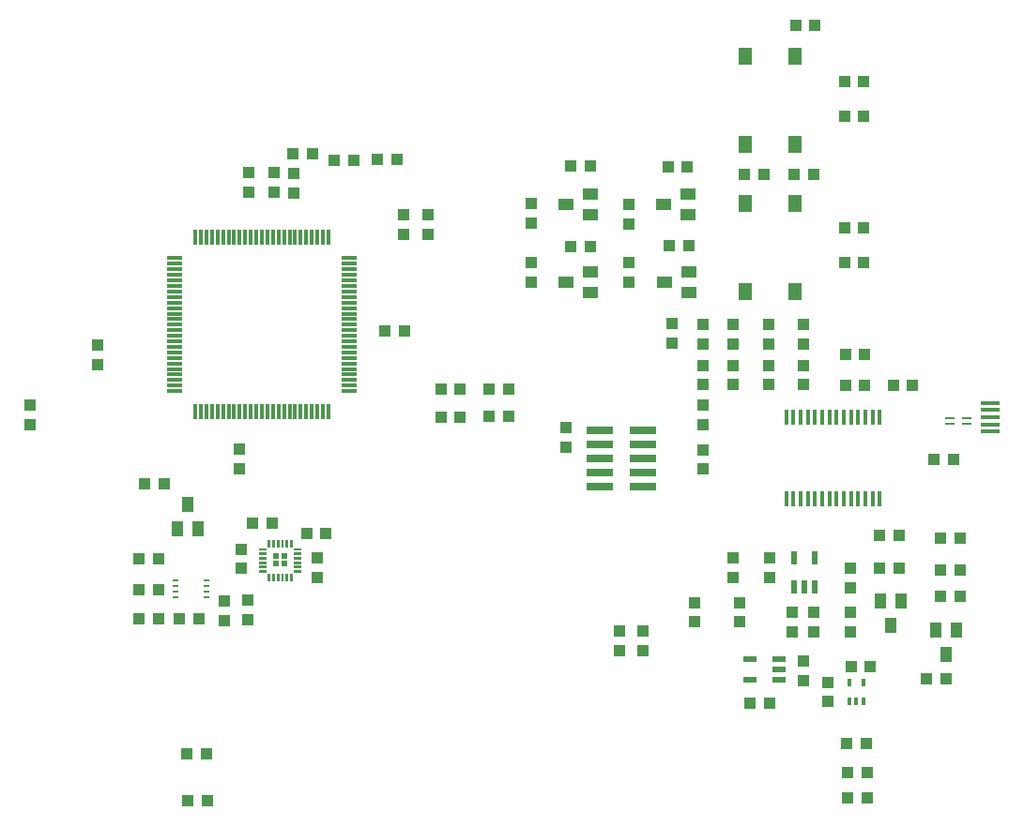
<source format=gtp>
G04 EAGLE Gerber RS-274X export*
G75*
%MOMM*%
%FSLAX34Y34*%
%LPD*%
%INTop Paste*%
%IPPOS*%
%AMOC8*
5,1,8,0,0,1.08239X$1,22.5*%
G01*
%ADD10R,0.300000X1.450000*%
%ADD11R,1.450000X0.300000*%
%ADD12R,1.050000X1.080000*%
%ADD13R,1.080000X1.050000*%
%ADD14R,0.348000X1.397000*%
%ADD15R,0.550000X1.200000*%
%ADD16R,1.000000X1.400000*%
%ADD17R,0.850000X0.250000*%
%ADD18R,1.300000X1.550000*%
%ADD19R,1.400000X1.000000*%
%ADD20R,1.750000X0.400000*%
%ADD21R,0.400000X0.700000*%
%ADD22R,2.400000X0.760000*%
%ADD23R,1.220000X0.620000*%
%ADD24R,0.610075X0.529991*%
%ADD25R,0.609847X0.529847*%
%ADD26R,0.611272X0.531125*%
%ADD27R,0.609984X0.530131*%
%ADD28C,0.055000*%
%ADD29R,0.500000X0.250000*%


D10*
X348800Y529250D03*
X343800Y529250D03*
X338800Y529250D03*
X333800Y529250D03*
X328800Y529250D03*
X323800Y529250D03*
X318800Y529250D03*
X313800Y529250D03*
X308800Y529250D03*
X303800Y529250D03*
X298800Y529250D03*
X293800Y529250D03*
X288800Y529250D03*
X283800Y529250D03*
X278800Y529250D03*
X273800Y529250D03*
X268800Y529250D03*
X263800Y529250D03*
X258800Y529250D03*
X253800Y529250D03*
X248800Y529250D03*
X243800Y529250D03*
X238800Y529250D03*
X233800Y529250D03*
X228800Y529250D03*
D11*
X210050Y510500D03*
X210050Y505500D03*
X210050Y500500D03*
X210050Y495500D03*
X210050Y490500D03*
X210050Y485500D03*
X210050Y480500D03*
X210050Y475500D03*
X210050Y470500D03*
X210050Y465500D03*
X210050Y460500D03*
X210050Y455500D03*
X210050Y450500D03*
X210050Y445500D03*
X210050Y440500D03*
X210050Y435500D03*
X210050Y430500D03*
X210050Y425500D03*
X210050Y420500D03*
X210050Y415500D03*
X210050Y410500D03*
X210050Y405500D03*
X210050Y400500D03*
X210050Y395500D03*
X210050Y390500D03*
D10*
X228800Y371750D03*
X233800Y371750D03*
X238800Y371750D03*
X243800Y371750D03*
X248800Y371750D03*
X253800Y371750D03*
X258800Y371750D03*
X263800Y371750D03*
X268800Y371750D03*
X273800Y371750D03*
X278800Y371750D03*
X283800Y371750D03*
X288800Y371750D03*
X293800Y371750D03*
X298800Y371750D03*
X303800Y371750D03*
X308800Y371750D03*
X313800Y371750D03*
X318800Y371750D03*
X323800Y371750D03*
X328800Y371750D03*
X333800Y371750D03*
X338800Y371750D03*
X343800Y371750D03*
X348800Y371750D03*
D11*
X367550Y390500D03*
X367550Y395500D03*
X367550Y400500D03*
X367550Y405500D03*
X367550Y410500D03*
X367550Y415500D03*
X367550Y420500D03*
X367550Y425500D03*
X367550Y430500D03*
X367550Y435500D03*
X367550Y440500D03*
X367550Y445500D03*
X367550Y450500D03*
X367550Y455500D03*
X367550Y460500D03*
X367550Y465500D03*
X367550Y470500D03*
X367550Y475500D03*
X367550Y480500D03*
X367550Y485500D03*
X367550Y490500D03*
X367550Y495500D03*
X367550Y500500D03*
X367550Y505500D03*
X367550Y510500D03*
D12*
X467750Y366700D03*
X450250Y366700D03*
X467750Y392500D03*
X450250Y392500D03*
D13*
X318000Y569350D03*
X318000Y586850D03*
X277000Y570550D03*
X277000Y588050D03*
X268500Y338050D03*
X268500Y320550D03*
D12*
X399750Y444900D03*
X417250Y444900D03*
D13*
X140700Y414450D03*
X140700Y431950D03*
D12*
X493850Y367700D03*
X511350Y367700D03*
X493850Y392100D03*
X511350Y392100D03*
D13*
X270100Y230350D03*
X270100Y247850D03*
D12*
X298050Y271700D03*
X280550Y271700D03*
D13*
X632300Y156450D03*
X632300Y173950D03*
X611300Y156350D03*
X611300Y173850D03*
D14*
X761750Y366560D03*
X768250Y366560D03*
X774750Y366560D03*
X781250Y366560D03*
X787750Y366560D03*
X794250Y366560D03*
X800750Y366560D03*
X813750Y366560D03*
X807250Y366560D03*
X820250Y366560D03*
X826750Y366560D03*
X833250Y366560D03*
X839750Y366560D03*
X846250Y366560D03*
X761750Y293440D03*
X768250Y293440D03*
X774750Y293440D03*
X781250Y293440D03*
X787750Y293440D03*
X794250Y293440D03*
X800750Y293440D03*
X807250Y293440D03*
X813750Y293440D03*
X820250Y293440D03*
X826750Y293440D03*
X833250Y293440D03*
X839750Y293440D03*
X846250Y293440D03*
D12*
X815250Y424000D03*
X832750Y424000D03*
X815250Y396000D03*
X832750Y396000D03*
D13*
X746000Y413750D03*
X746000Y396250D03*
X777200Y413950D03*
X777200Y396450D03*
X746000Y433250D03*
X746000Y450750D03*
X777000Y433250D03*
X777000Y450750D03*
D12*
X858250Y396000D03*
X875750Y396000D03*
D13*
X300000Y570250D03*
X300000Y587750D03*
X687000Y413750D03*
X687000Y396250D03*
X714000Y413750D03*
X714000Y396250D03*
D15*
X768500Y214000D03*
X778000Y214000D03*
X787500Y214000D03*
X787500Y240000D03*
X768500Y240000D03*
D13*
X787000Y190750D03*
X787000Y173250D03*
X767000Y190750D03*
X767000Y173250D03*
X747000Y239750D03*
X747000Y222250D03*
X714000Y222250D03*
X714000Y239750D03*
X720000Y199750D03*
X720000Y182250D03*
X820000Y190750D03*
X820000Y173250D03*
X820000Y213250D03*
X820000Y230750D03*
D16*
X856000Y179000D03*
X846500Y201000D03*
X865500Y201000D03*
D12*
X846250Y231000D03*
X863750Y231000D03*
X863750Y260000D03*
X846250Y260000D03*
D13*
X563000Y357750D03*
X563000Y340250D03*
X714000Y450750D03*
X714000Y433250D03*
D12*
X912750Y329100D03*
X895250Y329100D03*
X831750Y538000D03*
X814250Y538000D03*
X831750Y670000D03*
X814250Y670000D03*
D17*
X924500Y366300D03*
X909500Y366300D03*
X924500Y361300D03*
X909500Y361300D03*
D13*
X687000Y360250D03*
X687000Y377750D03*
X687000Y320250D03*
X687000Y337750D03*
X417000Y532250D03*
X417000Y549750D03*
X439000Y532250D03*
X439000Y549750D03*
D12*
X901250Y258000D03*
X918750Y258000D03*
X769250Y586000D03*
X786750Y586000D03*
D18*
X724500Y480250D03*
X724500Y559750D03*
X769500Y480250D03*
X769500Y560250D03*
D12*
X770250Y721000D03*
X787750Y721000D03*
D18*
X724500Y613250D03*
X724500Y692750D03*
X769500Y613250D03*
X769500Y693250D03*
D12*
X834650Y45900D03*
X817150Y45900D03*
X816350Y72400D03*
X833850Y72400D03*
D13*
X687000Y433250D03*
X687000Y450750D03*
D12*
X741750Y586000D03*
X724250Y586000D03*
D13*
X658400Y451250D03*
X658400Y433750D03*
D12*
X834750Y23000D03*
X817250Y23000D03*
X831750Y639000D03*
X814250Y639000D03*
X831750Y507000D03*
X814250Y507000D03*
X334350Y605000D03*
X316850Y605000D03*
X354350Y599200D03*
X371850Y599200D03*
X901250Y229000D03*
X918750Y229000D03*
X918750Y205000D03*
X901250Y205000D03*
D13*
X679000Y182250D03*
X679000Y199750D03*
D19*
X563000Y559000D03*
X585000Y568500D03*
X585000Y549500D03*
X651000Y559000D03*
X673000Y568500D03*
X673000Y549500D03*
D13*
X532000Y559750D03*
X532000Y542250D03*
X620000Y558750D03*
X620000Y541250D03*
D12*
X584750Y594000D03*
X567250Y594000D03*
X672750Y593000D03*
X655250Y593000D03*
D19*
X563000Y489000D03*
X585000Y498500D03*
X585000Y479500D03*
D13*
X532000Y489250D03*
X532000Y506750D03*
D12*
X584750Y521000D03*
X567250Y521000D03*
D19*
X652000Y489000D03*
X674000Y498500D03*
X674000Y479500D03*
D13*
X620000Y489250D03*
X620000Y506750D03*
D12*
X673750Y522000D03*
X656250Y522000D03*
D20*
X945750Y380000D03*
X945750Y354000D03*
X945750Y373500D03*
X945750Y367000D03*
X945750Y360500D03*
D12*
X392950Y599400D03*
X410450Y599400D03*
X238750Y63000D03*
X221250Y63000D03*
X239750Y21000D03*
X222250Y21000D03*
D13*
X799000Y110250D03*
X799000Y127750D03*
D16*
X906000Y153000D03*
X896500Y175000D03*
X915500Y175000D03*
D12*
X837750Y142000D03*
X820250Y142000D03*
X905750Y131000D03*
X888250Y131000D03*
D21*
X818500Y110500D03*
X825000Y110500D03*
X831500Y110500D03*
X831500Y127500D03*
X818500Y127500D03*
D22*
X593600Y330000D03*
X593600Y342700D03*
X593600Y355400D03*
X593600Y317300D03*
X593600Y304600D03*
X632400Y304600D03*
X632400Y317300D03*
X632400Y330000D03*
X632400Y342700D03*
X632400Y355400D03*
D23*
X755000Y129500D03*
X755000Y139000D03*
X755000Y148500D03*
X729000Y148500D03*
X729000Y129500D03*
D13*
X777000Y129250D03*
X777000Y146750D03*
D12*
X729250Y109000D03*
X746750Y109000D03*
D24*
X308850Y234550D03*
D25*
X301149Y234549D03*
D26*
X308856Y241456D03*
D27*
X301150Y241451D03*
D28*
X317525Y228825D02*
X323375Y228825D01*
X323375Y227175D01*
X317525Y227175D01*
X317525Y228825D01*
X317525Y227697D02*
X323375Y227697D01*
X323375Y228219D02*
X317525Y228219D01*
X317525Y228741D02*
X323375Y228741D01*
X323375Y232825D02*
X317525Y232825D01*
X323375Y232825D02*
X323375Y231175D01*
X317525Y231175D01*
X317525Y232825D01*
X317525Y231697D02*
X323375Y231697D01*
X323375Y232219D02*
X317525Y232219D01*
X317525Y232741D02*
X323375Y232741D01*
X323375Y236825D02*
X317525Y236825D01*
X323375Y236825D02*
X323375Y235175D01*
X317525Y235175D01*
X317525Y236825D01*
X317525Y235697D02*
X323375Y235697D01*
X323375Y236219D02*
X317525Y236219D01*
X317525Y236741D02*
X323375Y236741D01*
X323375Y240825D02*
X317525Y240825D01*
X323375Y240825D02*
X323375Y239175D01*
X317525Y239175D01*
X317525Y240825D01*
X317525Y239697D02*
X323375Y239697D01*
X323375Y240219D02*
X317525Y240219D01*
X317525Y240741D02*
X323375Y240741D01*
X323375Y244825D02*
X317525Y244825D01*
X323375Y244825D02*
X323375Y243175D01*
X317525Y243175D01*
X317525Y244825D01*
X317525Y243697D02*
X323375Y243697D01*
X323375Y244219D02*
X317525Y244219D01*
X317525Y244741D02*
X323375Y244741D01*
X323375Y248825D02*
X317525Y248825D01*
X323375Y248825D02*
X323375Y247175D01*
X317525Y247175D01*
X317525Y248825D01*
X317525Y247697D02*
X323375Y247697D01*
X323375Y248219D02*
X317525Y248219D01*
X317525Y248741D02*
X323375Y248741D01*
X314175Y250525D02*
X314175Y256375D01*
X315825Y256375D01*
X315825Y250525D01*
X314175Y250525D01*
X314175Y251047D02*
X315825Y251047D01*
X315825Y251569D02*
X314175Y251569D01*
X314175Y252091D02*
X315825Y252091D01*
X315825Y252613D02*
X314175Y252613D01*
X314175Y253135D02*
X315825Y253135D01*
X315825Y253657D02*
X314175Y253657D01*
X314175Y254179D02*
X315825Y254179D01*
X315825Y254701D02*
X314175Y254701D01*
X314175Y255223D02*
X315825Y255223D01*
X315825Y255745D02*
X314175Y255745D01*
X314175Y256267D02*
X315825Y256267D01*
X310175Y256375D02*
X310175Y250525D01*
X310175Y256375D02*
X311825Y256375D01*
X311825Y250525D01*
X310175Y250525D01*
X310175Y251047D02*
X311825Y251047D01*
X311825Y251569D02*
X310175Y251569D01*
X310175Y252091D02*
X311825Y252091D01*
X311825Y252613D02*
X310175Y252613D01*
X310175Y253135D02*
X311825Y253135D01*
X311825Y253657D02*
X310175Y253657D01*
X310175Y254179D02*
X311825Y254179D01*
X311825Y254701D02*
X310175Y254701D01*
X310175Y255223D02*
X311825Y255223D01*
X311825Y255745D02*
X310175Y255745D01*
X310175Y256267D02*
X311825Y256267D01*
X306175Y256375D02*
X306175Y250525D01*
X306175Y256375D02*
X307825Y256375D01*
X307825Y250525D01*
X306175Y250525D01*
X306175Y251047D02*
X307825Y251047D01*
X307825Y251569D02*
X306175Y251569D01*
X306175Y252091D02*
X307825Y252091D01*
X307825Y252613D02*
X306175Y252613D01*
X306175Y253135D02*
X307825Y253135D01*
X307825Y253657D02*
X306175Y253657D01*
X306175Y254179D02*
X307825Y254179D01*
X307825Y254701D02*
X306175Y254701D01*
X306175Y255223D02*
X307825Y255223D01*
X307825Y255745D02*
X306175Y255745D01*
X306175Y256267D02*
X307825Y256267D01*
X302175Y256375D02*
X302175Y250525D01*
X302175Y256375D02*
X303825Y256375D01*
X303825Y250525D01*
X302175Y250525D01*
X302175Y251047D02*
X303825Y251047D01*
X303825Y251569D02*
X302175Y251569D01*
X302175Y252091D02*
X303825Y252091D01*
X303825Y252613D02*
X302175Y252613D01*
X302175Y253135D02*
X303825Y253135D01*
X303825Y253657D02*
X302175Y253657D01*
X302175Y254179D02*
X303825Y254179D01*
X303825Y254701D02*
X302175Y254701D01*
X302175Y255223D02*
X303825Y255223D01*
X303825Y255745D02*
X302175Y255745D01*
X302175Y256267D02*
X303825Y256267D01*
X298175Y256375D02*
X298175Y250525D01*
X298175Y256375D02*
X299825Y256375D01*
X299825Y250525D01*
X298175Y250525D01*
X298175Y251047D02*
X299825Y251047D01*
X299825Y251569D02*
X298175Y251569D01*
X298175Y252091D02*
X299825Y252091D01*
X299825Y252613D02*
X298175Y252613D01*
X298175Y253135D02*
X299825Y253135D01*
X299825Y253657D02*
X298175Y253657D01*
X298175Y254179D02*
X299825Y254179D01*
X299825Y254701D02*
X298175Y254701D01*
X298175Y255223D02*
X299825Y255223D01*
X299825Y255745D02*
X298175Y255745D01*
X298175Y256267D02*
X299825Y256267D01*
X294175Y256375D02*
X294175Y250525D01*
X294175Y256375D02*
X295825Y256375D01*
X295825Y250525D01*
X294175Y250525D01*
X294175Y251047D02*
X295825Y251047D01*
X295825Y251569D02*
X294175Y251569D01*
X294175Y252091D02*
X295825Y252091D01*
X295825Y252613D02*
X294175Y252613D01*
X294175Y253135D02*
X295825Y253135D01*
X295825Y253657D02*
X294175Y253657D01*
X294175Y254179D02*
X295825Y254179D01*
X295825Y254701D02*
X294175Y254701D01*
X294175Y255223D02*
X295825Y255223D01*
X295825Y255745D02*
X294175Y255745D01*
X294175Y256267D02*
X295825Y256267D01*
X292475Y247175D02*
X286625Y247175D01*
X286625Y248825D01*
X292475Y248825D01*
X292475Y247175D01*
X292475Y247697D02*
X286625Y247697D01*
X286625Y248219D02*
X292475Y248219D01*
X292475Y248741D02*
X286625Y248741D01*
X286625Y243175D02*
X292475Y243175D01*
X286625Y243175D02*
X286625Y244825D01*
X292475Y244825D01*
X292475Y243175D01*
X292475Y243697D02*
X286625Y243697D01*
X286625Y244219D02*
X292475Y244219D01*
X292475Y244741D02*
X286625Y244741D01*
X286625Y239175D02*
X292475Y239175D01*
X286625Y239175D02*
X286625Y240825D01*
X292475Y240825D01*
X292475Y239175D01*
X292475Y239697D02*
X286625Y239697D01*
X286625Y240219D02*
X292475Y240219D01*
X292475Y240741D02*
X286625Y240741D01*
X286625Y235175D02*
X292475Y235175D01*
X286625Y235175D02*
X286625Y236825D01*
X292475Y236825D01*
X292475Y235175D01*
X292475Y235697D02*
X286625Y235697D01*
X286625Y236219D02*
X292475Y236219D01*
X292475Y236741D02*
X286625Y236741D01*
X286625Y231175D02*
X292475Y231175D01*
X286625Y231175D02*
X286625Y232825D01*
X292475Y232825D01*
X292475Y231175D01*
X292475Y231697D02*
X286625Y231697D01*
X286625Y232219D02*
X292475Y232219D01*
X292475Y232741D02*
X286625Y232741D01*
X286625Y227175D02*
X292475Y227175D01*
X286625Y227175D02*
X286625Y228825D01*
X292475Y228825D01*
X292475Y227175D01*
X292475Y227697D02*
X286625Y227697D01*
X286625Y228219D02*
X292475Y228219D01*
X292475Y228741D02*
X286625Y228741D01*
X295825Y225475D02*
X295825Y219625D01*
X294175Y219625D01*
X294175Y225475D01*
X295825Y225475D01*
X295825Y220147D02*
X294175Y220147D01*
X294175Y220669D02*
X295825Y220669D01*
X295825Y221191D02*
X294175Y221191D01*
X294175Y221713D02*
X295825Y221713D01*
X295825Y222235D02*
X294175Y222235D01*
X294175Y222757D02*
X295825Y222757D01*
X295825Y223279D02*
X294175Y223279D01*
X294175Y223801D02*
X295825Y223801D01*
X295825Y224323D02*
X294175Y224323D01*
X294175Y224845D02*
X295825Y224845D01*
X295825Y225367D02*
X294175Y225367D01*
X299825Y225475D02*
X299825Y219625D01*
X298175Y219625D01*
X298175Y225475D01*
X299825Y225475D01*
X299825Y220147D02*
X298175Y220147D01*
X298175Y220669D02*
X299825Y220669D01*
X299825Y221191D02*
X298175Y221191D01*
X298175Y221713D02*
X299825Y221713D01*
X299825Y222235D02*
X298175Y222235D01*
X298175Y222757D02*
X299825Y222757D01*
X299825Y223279D02*
X298175Y223279D01*
X298175Y223801D02*
X299825Y223801D01*
X299825Y224323D02*
X298175Y224323D01*
X298175Y224845D02*
X299825Y224845D01*
X299825Y225367D02*
X298175Y225367D01*
X303825Y225475D02*
X303825Y219625D01*
X302175Y219625D01*
X302175Y225475D01*
X303825Y225475D01*
X303825Y220147D02*
X302175Y220147D01*
X302175Y220669D02*
X303825Y220669D01*
X303825Y221191D02*
X302175Y221191D01*
X302175Y221713D02*
X303825Y221713D01*
X303825Y222235D02*
X302175Y222235D01*
X302175Y222757D02*
X303825Y222757D01*
X303825Y223279D02*
X302175Y223279D01*
X302175Y223801D02*
X303825Y223801D01*
X303825Y224323D02*
X302175Y224323D01*
X302175Y224845D02*
X303825Y224845D01*
X303825Y225367D02*
X302175Y225367D01*
X307825Y225475D02*
X307825Y219625D01*
X306175Y219625D01*
X306175Y225475D01*
X307825Y225475D01*
X307825Y220147D02*
X306175Y220147D01*
X306175Y220669D02*
X307825Y220669D01*
X307825Y221191D02*
X306175Y221191D01*
X306175Y221713D02*
X307825Y221713D01*
X307825Y222235D02*
X306175Y222235D01*
X306175Y222757D02*
X307825Y222757D01*
X307825Y223279D02*
X306175Y223279D01*
X306175Y223801D02*
X307825Y223801D01*
X307825Y224323D02*
X306175Y224323D01*
X306175Y224845D02*
X307825Y224845D01*
X307825Y225367D02*
X306175Y225367D01*
X311825Y225475D02*
X311825Y219625D01*
X310175Y219625D01*
X310175Y225475D01*
X311825Y225475D01*
X311825Y220147D02*
X310175Y220147D01*
X310175Y220669D02*
X311825Y220669D01*
X311825Y221191D02*
X310175Y221191D01*
X310175Y221713D02*
X311825Y221713D01*
X311825Y222235D02*
X310175Y222235D01*
X310175Y222757D02*
X311825Y222757D01*
X311825Y223279D02*
X310175Y223279D01*
X310175Y223801D02*
X311825Y223801D01*
X311825Y224323D02*
X310175Y224323D01*
X310175Y224845D02*
X311825Y224845D01*
X311825Y225367D02*
X310175Y225367D01*
X315825Y225475D02*
X315825Y219625D01*
X314175Y219625D01*
X314175Y225475D01*
X315825Y225475D01*
X315825Y220147D02*
X314175Y220147D01*
X314175Y220669D02*
X315825Y220669D01*
X315825Y221191D02*
X314175Y221191D01*
X314175Y221713D02*
X315825Y221713D01*
X315825Y222235D02*
X314175Y222235D01*
X314175Y222757D02*
X315825Y222757D01*
X315825Y223279D02*
X314175Y223279D01*
X314175Y223801D02*
X315825Y223801D01*
X315825Y224323D02*
X314175Y224323D01*
X314175Y224845D02*
X315825Y224845D01*
X315825Y225367D02*
X314175Y225367D01*
D29*
X238700Y204700D03*
X238700Y209700D03*
X238700Y214700D03*
X238700Y219700D03*
X211200Y204700D03*
X211200Y209700D03*
X211200Y214700D03*
X211200Y219700D03*
D13*
X255000Y183250D03*
X255000Y200750D03*
D12*
X231750Y185000D03*
X214250Y185000D03*
D13*
X276000Y201750D03*
X276000Y184250D03*
X339000Y222250D03*
X339000Y239750D03*
D12*
X195750Y211000D03*
X178250Y211000D03*
X195750Y239000D03*
X178250Y239000D03*
X195750Y185000D03*
X178250Y185000D03*
X346750Y262000D03*
X329250Y262000D03*
X200750Y307000D03*
X183250Y307000D03*
D16*
X222000Y288000D03*
X231500Y266000D03*
X212500Y266000D03*
D13*
X80000Y360250D03*
X80000Y377750D03*
M02*

</source>
